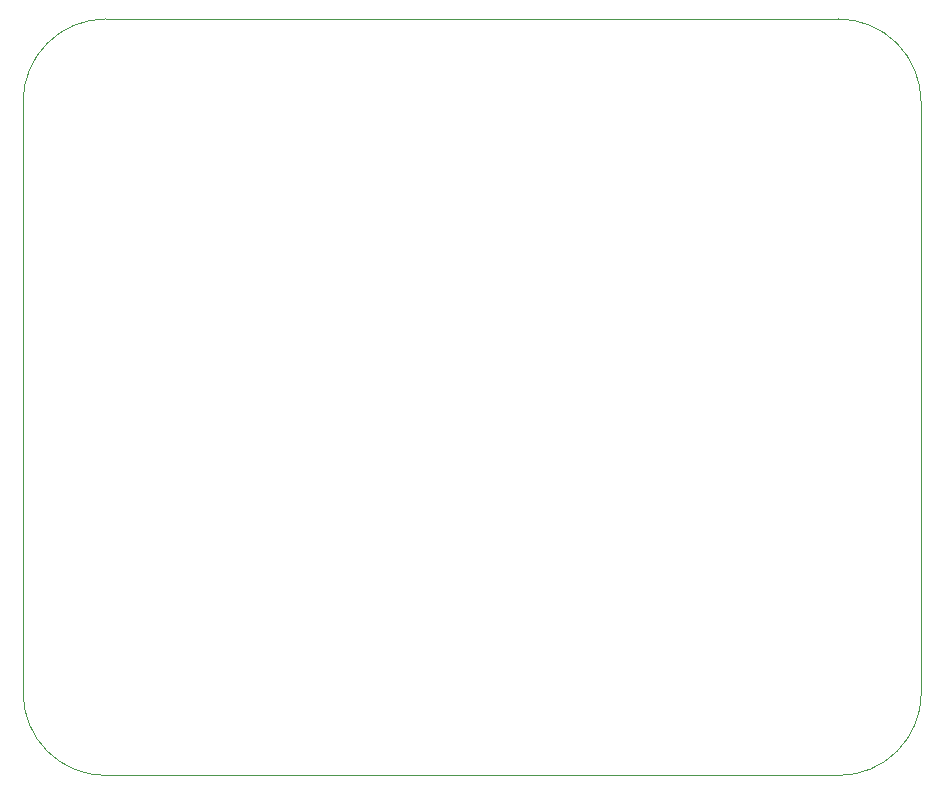
<source format=gbr>
%TF.GenerationSoftware,KiCad,Pcbnew,7.0.9-7.0.9~ubuntu22.04.1*%
%TF.CreationDate,2023-12-20T17:47:15-05:00*%
%TF.ProjectId,prueba5_TDA7377,70727565-6261-4355-9f54-444137333737,rev?*%
%TF.SameCoordinates,Original*%
%TF.FileFunction,Profile,NP*%
%FSLAX46Y46*%
G04 Gerber Fmt 4.6, Leading zero omitted, Abs format (unit mm)*
G04 Created by KiCad (PCBNEW 7.0.9-7.0.9~ubuntu22.04.1) date 2023-12-20 17:47:15*
%MOMM*%
%LPD*%
G01*
G04 APERTURE LIST*
%TA.AperFunction,Profile*%
%ADD10C,0.100000*%
%TD*%
G04 APERTURE END LIST*
D10*
X65500000Y-40949747D02*
X127525126Y-40949747D01*
X134525173Y-47949747D02*
G75*
G03*
X127525126Y-40949747I-6999953J47D01*
G01*
X58500000Y-98000000D02*
G75*
G03*
X65500000Y-105000000I7000030J30D01*
G01*
X58500000Y-47949747D02*
X58500000Y-98000000D01*
X127550253Y-105000000D02*
G75*
G03*
X134550253Y-98000000I-3J7000003D01*
G01*
X134550253Y-98000000D02*
X134525126Y-47949747D01*
X65500000Y-105000000D02*
X127550253Y-105000000D01*
X65500000Y-40949750D02*
G75*
G03*
X58500000Y-47949747I0J-7000000D01*
G01*
M02*

</source>
